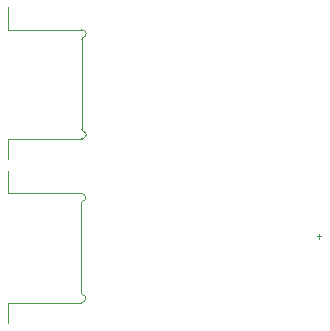
<source format=gbr>
%TF.GenerationSoftware,Altium Limited,Altium Designer,22.1.2 (22)*%
G04 Layer_Color=16711935*
%FSLAX44Y44*%
%MOMM*%
%TF.SameCoordinates,D2A5B157-11BA-4D30-A4C3-CA4352B12235*%
%TF.FilePolarity,Positive*%
%TF.FileFunction,Other,Mechanical_1*%
%TF.Part,Single*%
G01*
G75*
%TA.AperFunction,NonConductor*%
%ADD52C,0.0000*%
%ADD75C,0.1000*%
D52*
X349999Y1062956D02*
G03*
X345994Y1066199I-3624J-381D01*
G01*
X347187Y1059699D02*
G03*
X350001Y1062937I-212J3026D01*
G01*
X347208Y1059701D02*
G03*
X345999Y1058208I142J-1351D01*
G01*
Y981792D02*
G03*
X347208Y980299I1351J-142D01*
G01*
X350001Y977063D02*
G03*
X347187Y980301I-3026J212D01*
G01*
X345994Y973801D02*
G03*
X349999Y977044I381J3624D01*
G01*
X350359Y1201516D02*
G03*
X346354Y1204759I-3624J-381D01*
G01*
X347547Y1198259D02*
G03*
X350361Y1201497I-212J3026D01*
G01*
X347568Y1198261D02*
G03*
X346359Y1196768I142J-1351D01*
G01*
Y1120352D02*
G03*
X347568Y1118859I1351J-142D01*
G01*
X350361Y1115623D02*
G03*
X347547Y1118861I-3026J212D01*
G01*
X346354Y1112361D02*
G03*
X350359Y1115604I381J3624D01*
G01*
X284000Y1066200D02*
Y1085200D01*
Y1066200D02*
X346000D01*
Y981800D02*
Y1058200D01*
X284000Y973800D02*
X346000D01*
X284000Y956400D02*
Y973800D01*
X284360Y1204760D02*
Y1223760D01*
Y1204760D02*
X346360D01*
Y1120360D02*
Y1196760D01*
X284360Y1112360D02*
X346360D01*
X284360Y1094960D02*
Y1112360D01*
D75*
X545370Y1029970D02*
X549370D01*
X547370Y1027970D02*
Y1031970D01*
%TF.MD5,4ec62ddf8ea93701bac6d42f101c3d3d*%
M02*

</source>
